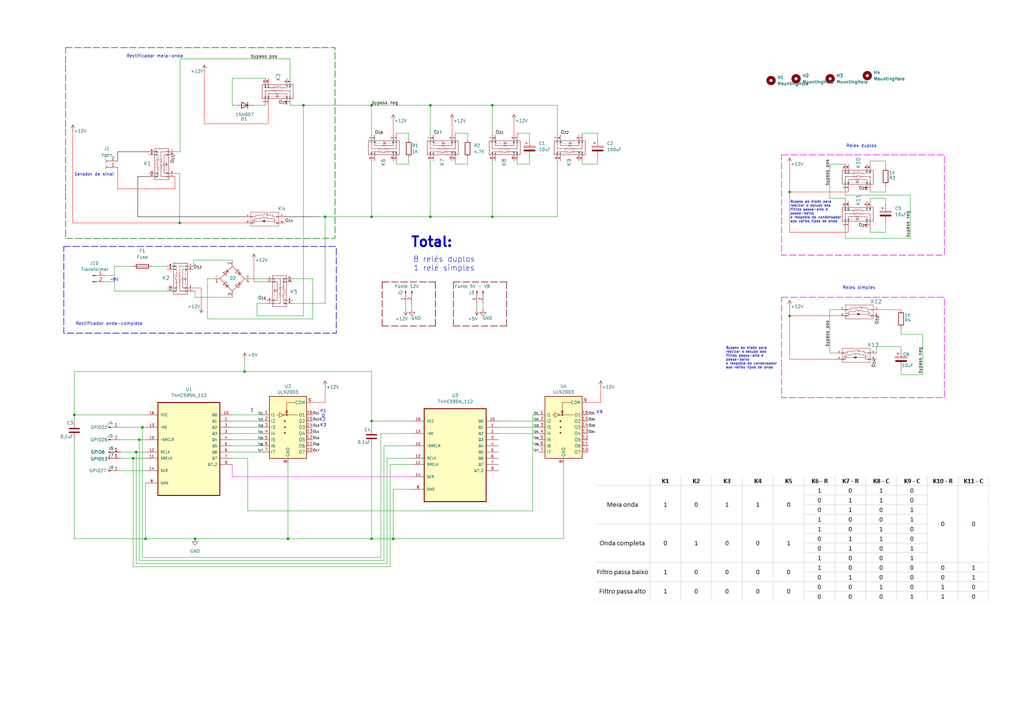
<source format=kicad_sch>
(kicad_sch (version 20231120) (generator "eeschema") (generator_version "8.0")
  (paper "A3")
  (lib_symbols
    (symbol "3570-1331-123:3570-1331-123" (pin_names (offset 0.254))
      (property "Reference" "K" (at 19.6596 2.7432 0))
      (property "Value" "3570-1331-123" (at 19.9136 0.1524 0))
      (symbol "3570-1331-123_1_1"
        (pin unspecified line (at 12.065 -3.81 0) (length 2.54) (name "1") (number "1"))
        (pin unspecified line (at 12.065 -6.35 0) (length 2.54) (name "2") (number "2"))
        (pin unspecified line (at 28.575 -6.35 180) (length 2.54) (name "3") (number "3"))
        (pin unspecified line (at 28.575 -3.81 180) (length 2.54) (name "4") (number "4"))
      )
    )
    (symbol "3572-1220-123:3572-1220-123" (pin_names (offset 0.254))
      (property "Reference" "K" (at 0.635 14.224 0))
      (property "Value" "3572-1220-123" (at 0.127 10.795 0))
      (symbol "3572-1220-123_1_1"
        (pin unspecified line (at -5.08 -10.795 90) (length 2.54) (name "1") (number "1"))
        (pin unspecified line (at -3.81 0 270) (length 2.54) (name "13") (number "13"))
        (pin unspecified line (at -5.08 0 270) (length 2.54) (name "14") (number "14"))
        (pin unspecified line (at -3.81 -10.795 90) (length 2.54) (name "2") (number "2"))
        (pin unspecified line (at 3.81 -10.795 90) (length 2.54) (name "6") (number "6"))
        (pin unspecified line (at 5.08 -10.795 90) (length 2.54) (name "7") (number "7"))
        (pin unspecified line (at 5.08 0 270) (length 2.54) (name "8") (number "8"))
        (pin unspecified line (at 3.81 0 270) (length 2.54) (name "9") (number "9"))
      )
    )
    (symbol "74HC595N:74HC595N_112" (pin_names (offset 1.016))
      (property "Reference" "U" (at -5.2866 17.8676 0))
      (property "Value" "74HC595N_112" (at -4.4502 -27.7437 0))
      (symbol "74HC595N_112_0_0"
        (pin output line (at 17.78 7.62 180) (length 5.08) (name "Q1") (number "1"))
        (pin input line (at -17.78 5.08 0) (length 5.08) (name "~OE") (number "13"))
        (pin output line (at 17.78 10.16 180) (length 5.08) (name "Q0") (number "15"))
        (pin power_in line (at -17.78 10.16 0) (length 5.08) (name "VCC") (number "16"))
        (pin output line (at 17.78 5.08 180) (length 5.08) (name "Q2") (number "2"))
        (pin output line (at 17.78 2.54 180) (length 5.08) (name "Q3") (number "3"))
        (pin output line (at 17.78 0 180) (length 5.08) (name "Q4") (number "4"))
        (pin output line (at 17.78 -2.54 180) (length 5.08) (name "Q5") (number "5"))
        (pin output line (at 17.78 -5.08 180) (length 5.08) (name "Q6") (number "6"))
        (pin output line (at 17.78 -7.62 180) (length 5.08) (name "Q7") (number "7"))
        (pin passive line (at -17.78 -17.78 0) (length 5.08) (name "GND") (number "8"))
        (pin output line (at 17.78 -10.16 180) (length 5.08) (name "Q7_2") (number "9"))
      )
      (symbol "74HC595N_112_1_0"
        (pin input line (at -17.78 0 0) (length 5.08) (name "~SRCLR") (number "10"))
        (pin input line (at -17.78 -7.62 0) (length 5.08) (name "SRCLK") (number "11"))
        (pin input line (at -17.78 -5.08 0) (length 5.08) (name "RCLK") (number "12"))
        (pin input line (at -17.78 -12.7 0) (length 5.08) (name "SER") (number "14"))
      )
    )
    (symbol "Connector:Conn_01x01_Pin" (pin_names (offset 1.016) hide)
      (property "Reference" "J" (at 0 2.54 0))
      (property "Value" "Conn_01x01_Pin" (at 0 -2.54 0))
      (symbol "Conn_01x01_Pin_1_1"
        (pin passive line (at 5.08 0 180) (length 3.81) (name "Pin_1") (number "1"))
      )
    )
    (symbol "Connector:Conn_01x02_Pin" (pin_names (offset 1.016) hide)
      (property "Reference" "J" (at 0 2.54 0))
      (property "Value" "Conn_01x02_Pin" (at 0 -5.08 0))
      (symbol "Conn_01x02_Pin_1_1"
        (pin passive line (at 5.08 0 180) (length 3.81) (name "Pin_1") (number "1"))
        (pin passive line (at 5.08 -2.54 180) (length 3.81) (name "Pin_2") (number "2"))
      )
    )
    (symbol "Connector:Conn_01x02_Socket" (pin_names (offset 1.016) hide)
      (property "Reference" "J" (at 0 2.54 0))
      (property "Value" "Conn_01x02_Socket" (at 0 -5.08 0))
      (symbol "Conn_01x02_Socket_1_1"
        (pin passive line (at -5.08 0 0) (length 3.81) (name "Pin_1") (number "1"))
        (pin passive line (at -5.08 -2.54 0) (length 3.81) (name "Pin_2") (number "2"))
      )
    )
    (symbol "Device:C" (pin_numbers hide) (pin_names (offset 0.254))
      (property "Reference" "C" (at 0.635 2.54 0))
      (property "Value" "C" (at 0.635 -2.54 0))
      (symbol "C_1_1"
        (pin passive line (at 0 3.81 270) (length 2.794) (name "~") (number "1"))
        (pin passive line (at 0 -3.81 90) (length 2.794) (name "~") (number "2"))
      )
    )
    (symbol "Device:C_Polarized" (pin_numbers hide) (pin_names (offset 0.254))
      (property "Reference" "C" (at 0.635 2.54 0))
      (property "Value" "C_Polarized" (at 0.635 -2.54 0))
      (symbol "C_Polarized_1_1"
        (pin passive line (at 0 3.81 270) (length 2.794) (name "~") (number "1"))
        (pin passive line (at 0 -3.81 90) (length 2.794) (name "~") (number "2"))
      )
    )
    (symbol "Device:Fuse" (pin_numbers hide) (pin_names (offset 0))
      (property "Reference" "F" (at 2.032 0 90))
      (property "Value" "Fuse" (at -1.905 0 90))
      (symbol "Fuse_1_1"
        (pin passive line (at 0 3.81 270) (length 1.27) (name "~") (number "1"))
        (pin passive line (at 0 -3.81 90) (length 1.27) (name "~") (number "2"))
      )
    )
    (symbol "Device:R" (pin_numbers hide) (pin_names (offset 0))
      (property "Reference" "R" (at 2.032 0 90))
      (property "Value" "R" (at 0 0 90))
      (symbol "R_1_1"
        (pin passive line (at 0 3.81 270) (length 1.27) (name "~") (number "1"))
        (pin passive line (at 0 -3.81 90) (length 1.27) (name "~") (number "2"))
      )
    )
    (symbol "Diode:1N4007" (pin_numbers hide) (pin_names hide)
      (property "Reference" "D" (at 0 2.54 0))
      (property "Value" "1N4007" (at 0 -2.54 0))
      (symbol "1N4007_1_1"
        (pin passive line (at -3.81 0 0) (length 2.54) (name "K") (number "1"))
        (pin passive line (at 3.81 0 180) (length 2.54) (name "A") (number "2"))
      )
    )
    (symbol "Diode_Bridge:B250C2300-1500A" (pin_names (offset 0))
      (property "Reference" "D" (at 2.54 6.985 0))
      (property "Value" "B250C2300-1500A" (at 2.54 5.08 0))
      (symbol "B250C2300-1500A_1_1"
        (pin passive line (at -7.62 0 0) (length 2.54) (name "-") (number "1"))
        (pin passive line (at 0 7.62 270) (length 2.54) (name "~") (number "2"))
        (pin passive line (at 0 -7.62 90) (length 2.54) (name "~") (number "3"))
        (pin passive line (at 7.62 0 180) (length 2.54) (name "+") (number "4"))
      )
    )
    (symbol "Mechanical:MountingHole" (pin_names (offset 1.016)) (exclude_from_sim yes) (in_bom no)
      (property "Reference" "H" (at 0 5.08 0))
      (property "Value" "MountingHole" (at 0 3.175 0))
    )
    (symbol "Transistor_Array:ULN2003"
      (property "Reference" "U" (at 0 15.875 0))
      (property "Value" "ULN2003" (at 0 13.97 0))
      (symbol "ULN2003_1_1"
        (pin input line (at -10.16 5.08 0) (length 2.54) (name "I1") (number "1"))
        (pin open_collector line (at 10.16 -10.16 180) (length 2.54) (name "O7") (number "10"))
        (pin open_collector line (at 10.16 -7.62 180) (length 2.54) (name "O6") (number "11"))
        (pin open_collector line (at 10.16 -5.08 180) (length 2.54) (name "O5") (number "12"))
        (pin open_collector line (at 10.16 -2.54 180) (length 2.54) (name "O4") (number "13"))
        (pin open_collector line (at 10.16 0 180) (length 2.54) (name "O3") (number "14"))
        (pin open_collector line (at 10.16 2.54 180) (length 2.54) (name "O2") (number "15"))
        (pin open_collector line (at 10.16 5.08 180) (length 2.54) (name "O1") (number "16"))
        (pin input line (at -10.16 2.54 0) (length 2.54) (name "I2") (number "2"))
        (pin input line (at -10.16 0 0) (length 2.54) (name "I3") (number "3"))
        (pin input line (at -10.16 -2.54 0) (length 2.54) (name "I4") (number "4"))
        (pin input line (at -10.16 -5.08 0) (length 2.54) (name "I5") (number "5"))
        (pin input line (at -10.16 -7.62 0) (length 2.54) (name "I6") (number "6"))
        (pin input line (at -10.16 -10.16 0) (length 2.54) (name "I7") (number "7"))
        (pin power_in line (at 0 -15.24 90) (length 2.54) (name "GND") (number "8"))
        (pin passive line (at 10.16 10.16 180) (length 2.54) (name "COM") (number "9"))
      )
    )
    (symbol "power:+12V" (power) (pin_names (offset 0))
      (property "Value" "+12V" (at 0 3.556 0))
      (symbol "+12V_1_1"
        (pin power_in line (at 0 0 90) (length 0) hide (name "+12V") (number "1"))
      )
    )
    (symbol "power:+5V" (power) (pin_numbers hide) (pin_names (offset 0) hide)
      (property "Value" "+5V" (at 0 3.556 0))
      (symbol "+5V_1_1"
        (pin power_in line (at 0 0 90) (length 0) (name "~") (number "1"))
      )
    )
    (symbol "power:GND" (power) (pin_numbers hide) (pin_names (offset 0) hide)
      (property "Value" "GND" (at 0 -3.81 0))
      (symbol "GND_1_1"
        (pin power_in line (at 0 0 270) (length 0) (name "~") (number "1"))
      )
    )
  )
  (junction (at 161.29 220.98))
  (junction (at 100.33 152.4))
  (junction (at 152.4 88.9))
  (junction (at 73.66 91.44))
  (junction (at 55.88 185.42))
  (junction (at 152.4 172.72))
  (junction (at 57.15 180.34))
  (junction (at 118.11 220.98))
  (junction (at 201.93 43.18))
  (junction (at 176.53 88.9))
  (junction (at 201.93 88.9))
  (junction (at 80.01 220.98))
  (junction (at 54.61 187.96))
  (junction (at 152.4 220.98))
  (junction (at 323.85 129.54))
  (junction (at 58.42 175.26))
  (junction (at 176.53 43.18))
  (junction (at 152.4 43.18))
  (junction (at 323.85 78.74))
  (junction (at 59.69 220.98))
  (junction (at 133.35 88.9))
  (junction (at 30.48 170.18))
  (junction (at 124.46 43.18))
  (wire (pts (xy 133.35 88.9) (xy 152.4 88.9)))
  (wire (pts (xy 118.9618 24.13) (xy 118.9618 32.1445)))
  (wire (pts (xy 60.96 72.39) (xy 56.515 72.39)) (stroke (width 0) (color 0 0 0 1)))
  (wire (pts (xy 160.02 190.5) (xy 160.02 232.41)))
  (wire (pts (xy 30.48 152.4) (xy 30.48 170.18)))
  (wire (pts (xy 157.48 182.88) (xy 157.48 229.87)))
  (wire (pts (xy 228.6 43.18) (xy 228.6 55.245)))
  (wire (pts (xy 217.17 54.61) (xy 217.17 57.15)))
  (wire (pts (xy 29.845 91.44) (xy 73.66 91.44)) (stroke (width 0) (color 255 0 0 1)))
  (wire (pts (xy 207.772 133.7056) (xy 185.9788 133.7056)) (stroke (width 0.254) (type dash) (color 132 0 0 1)))
  (wire (pts (xy 323.85 95.25) (xy 323.85 78.74)) (stroke (width 0) (color 255 0 0 1)))
  (wire (pts (xy 204.47 175.26) (xy 220.98 175.26)))
  (wire (pts (xy 82.55 125.73) (xy 82.55 118.11)) (stroke (width 0) (color 255 0 0 1)))
  (wire (pts (xy 157.48 229.87) (xy 57.15 229.87)))
  (wire (pts (xy 346.71 80.01) (xy 373.38 80.01)))
  (wire (pts (xy 105.41 129.54) (xy 105.41 124.46)))
  (wire (pts (xy 49.53 187.96) (xy 54.61 187.96)))
  (wire (pts (xy 49.53 180.34) (xy 57.15 180.34)))
  (wire (pts (xy 378.46 137.16) (xy 369.57 137.16)))
  (wire (pts (xy 238.76 54.61) (xy 238.76 55.245)))
  (wire (pts (xy 162.56 54.61) (xy 162.56 55.245)))
  (wire (pts (xy 55.88 185.42) (xy 59.69 185.42)))
  (wire (pts (xy 161.29 220.98) (xy 152.4 220.98)))
  (wire (pts (xy 95.25 180.34) (xy 107.95 180.34)))
  (wire (pts (xy 82.55 118.11) (xy 79.375 118.11)) (stroke (width 0) (color 255 0 0 1)))
  (wire (pts (xy 128.27 130.81) (xy 128.27 114.3)))
  (wire (pts (xy 73.8768 62.23) (xy 71.755 62.23)))
  (wire (pts (xy 95.25 195.58) (xy 168.91 195.58)) (stroke (width 0) (color 255 0 255 1)))
  (wire (pts (xy 49.53 185.42) (xy 55.88 185.42)))
  (wire (pts (xy 79.375 106.68) (xy 79.375 109.22)))
  (wire (pts (xy 73.66 91.44) (xy 100.33 91.44)) (stroke (width 0) (color 255 0 0 1)))
  (wire (pts (xy 83.82 50.8) (xy 110.0718 50.8)) (stroke (width 0) (color 255 0 0 1)))
  (wire (pts (xy 185.42 49.53) (xy 185.42 55.245)) (stroke (width 0) (color 255 0 0 1)))
  (wire (pts (xy 29.8382 69.85) (xy 29.8382 53.7558)) (stroke (width 0) (color 255 0 0 1)))
  (wire (pts (xy 58.42 228.6) (xy 58.42 175.26)))
  (wire (pts (xy 344.17 127) (xy 340.36 127)))
  (wire (pts (xy 62.23 109.22) (xy 68.58 109.22)))
  (wire (pts (xy 176.53 43.18) (xy 201.93 43.18)))
  (wire (pts (xy 56.515 88.9) (xy 100.33 88.9)) (stroke (width 0) (color 0 0 0 1)))
  (wire (pts (xy 73.66 91.44) (xy 73.66 71.12)) (stroke (width 0) (color 255 0 0 1)))
  (wire (pts (xy 210.82 49.53) (xy 210.82 55.245)) (stroke (width 0) (color 255 0 0 1)))
  (wire (pts (xy 73.8768 24.13) (xy 73.8768 62.23)))
  (wire (pts (xy 96.52 43.18) (xy 95.25 43.18)))
  (wire (pts (xy 369.57 134.62) (xy 369.57 137.16)))
  (wire (pts (xy 231.14 220.98) (xy 161.29 220.98)))
  (wire (pts (xy 95.25 182.88) (xy 107.95 182.88)))
  (wire (pts (xy 356.87 81.28) (xy 356.87 82.55)))
  (wire (pts (xy 152.4 172.72) (xy 152.4 175.26)))
  (wire (pts (xy 43.18 113.03) (xy 46.99 113.03)))
  (wire (pts (xy 110.0718 50.8) (xy 110.0718 42.9395)) (stroke (width 0) (color 255 0 0 1)))
  (wire (pts (xy 83.82 50.8) (xy 83.82 29.21)) (stroke (width 0) (color 255 0 0 1)))
  (wire (pts (xy 80.01 121.92) (xy 80.01 119.38)))
  (wire (pts (xy 95.25 43.18) (xy 95.25 32.1445)))
  (wire (pts (xy 118.9618 43.18) (xy 124.46 43.18)))
  (wire (pts (xy 57.15 180.34) (xy 59.69 180.34)))
  (wire (pts (xy 346.71 93.345) (xy 346.71 97.79)))
  (wire (pts (xy 168.91 182.88) (xy 157.48 182.88)))
  (wire (pts (xy 108.8018 43.18) (xy 108.8018 42.9395)))
  (wire (pts (xy 59.69 220.98) (xy 80.01 220.98)))
  (wire (pts (xy 323.85 78.74) (xy 323.85 67.31)) (stroke (width 0) (color 255 0 0 1)))
  (wire (pts (xy 186.69 66.04) (xy 186.69 67.31)))
  (wire (pts (xy 162.56 66.04) (xy 162.56 67.31)))
  (wire (pts (xy 245.11 67.31) (xy 238.76 67.31)))
  (wire (pts (xy 359.41 142.24) (xy 359.41 144.78)))
  (wire (pts (xy 185.9788 115.6462) (xy 207.772 115.6462)) (stroke (width 0.254) (type dash) (color 132 0 0 1)))
  (wire (pts (xy 101.6 209.55) (xy 218.44 209.55)))
  (wire (pts (xy 323.85 129.54) (xy 323.85 125.73)) (stroke (width 0) (color 255 0 0 1)))
  (wire (pts (xy 133.35 158.75) (xy 133.35 165.1)) (stroke (width 0) (color 255 0 0 1)))
  (wire (pts (xy 356.87 67.31) (xy 356.87 66.04)))
  (wire (pts (xy 104.14 106.68) (xy 104.14 115.57)) (stroke (width 0) (color 255 0 0 1)))
  (wire (pts (xy 161.29 200.66) (xy 161.29 220.98)))
  (wire (pts (xy 373.38 97.79) (xy 373.38 80.01)))
  (wire (pts (xy 356.87 66.04) (xy 363.22 66.04)))
  (wire (pts (xy 133.35 165.1) (xy 128.27 165.1)) (stroke (width 0) (color 255 0 0 1)))
  (wire (pts (xy 152.4 182.88) (xy 152.4 220.98)))
  (wire (pts (xy 55.88 231.14) (xy 55.88 185.42)))
  (wire (pts (xy 212.09 54.61) (xy 212.09 55.245)))
  (wire (pts (xy 167.64 54.61) (xy 167.64 57.15)))
  (wire (pts (xy 201.93 43.18) (xy 228.6 43.18)))
  (wire (pts (xy 186.69 67.31) (xy 191.77 67.31)))
  (wire (pts (xy 363.22 76.2) (xy 363.22 78.74)))
  (wire (pts (xy 217.17 67.31) (xy 212.09 67.31)))
  (wire (pts (xy 57.15 229.87) (xy 57.15 180.34)))
  (wire (pts (xy 80.01 121.92) (xy 95.25 121.92)))
  (wire (pts (xy 95.25 187.96) (xy 101.6 187.96)))
  (wire (pts (xy 49.53 193.04) (xy 59.69 193.04)))
  (wire (pts (xy 340.36 127) (xy 340.36 144.78)))
  (wire (pts (xy 363.22 78.74) (xy 356.87 78.74)))
  (wire (pts (xy 71.755 77.47) (xy 71.755 72.39)) (stroke (width 0) (color 255 0 0 1)))
  (wire (pts (xy 100.33 147.32) (xy 100.33 152.4)))
  (wire (pts (xy 360.68 127) (xy 369.57 127)))
  (wire (pts (xy 95.25 177.8) (xy 107.95 177.8)))
  (wire (pts (xy 166.37 124.46) (xy 166.37 126.746)))
  (wire (pts (xy 105.41 124.46) (xy 109.22 124.46)))
  (wire (pts (xy 201.93 88.9) (xy 228.6 88.9)))
  (wire (pts (xy 168.91 187.96) (xy 158.75 187.96)))
  (wire (pts (xy 347.98 78.74) (xy 323.85 78.74)) (stroke (width 0) (color 255 0 0 1)))
  (wire (pts (xy 369.57 151.13) (xy 369.57 153.67)))
  (wire (pts (xy 30.48 170.18) (xy 30.48 172.72)))
  (wire (pts (xy 158.75 231.14) (xy 55.88 231.14)))
  (wire (pts (xy 217.17 64.77) (xy 217.17 67.31)))
  (wire (pts (xy 79.375 106.68) (xy 95.25 106.68)))
  (wire (pts (xy 176.53 66.04) (xy 176.53 88.9)))
  (wire (pts (xy 363.22 66.04) (xy 363.22 68.58)))
  (wire (pts (xy 212.09 67.31) (xy 212.09 66.04)))
  (wire (pts (xy 346.71 78.105) (xy 346.71 80.01)))
  (wire (pts (xy 185.9788 115.6462) (xy 185.9788 133.7056)) (stroke (width 0.254) (type dash) (color 132 0 0 1)))
  (wire (pts (xy 152.4 172.72) (xy 168.91 172.72)))
  (wire (pts (xy 48.26 62.23) (xy 60.96 62.23)) (stroke (width 0) (color 0 0 0 1)))
  (wire (pts (xy 245.11 54.61) (xy 238.76 54.61)))
  (wire (pts (xy 156.21 228.6) (xy 58.42 228.6)))
  (wire (pts (xy 191.77 54.61) (xy 191.77 57.15)))
  (wire (pts (xy 46.99 109.22) (xy 54.61 109.22)))
  (wire (pts (xy 46.99 119.38) (xy 68.58 119.38)))
  (wire (pts (xy 363.22 81.28) (xy 356.87 81.28)))
  (wire (pts (xy 30.48 220.98) (xy 59.69 220.98)))
  (wire (pts (xy 124.46 129.54) (xy 105.41 129.54)))
  (wire (pts (xy 369.57 142.24) (xy 369.57 143.51)))
  (wire (pts (xy 158.75 187.96) (xy 158.75 231.14)))
  (wire (pts (xy 346.71 67.31) (xy 340.36 67.31)))
  (wire (pts (xy 369.57 153.67) (xy 378.46 153.67)))
  (wire (pts (xy 195.58 124.46) (xy 195.58 126.746)))
  (wire (pts (xy 346.71 81.28) (xy 346.71 82.55)))
  (wire (pts (xy 363.22 91.44) (xy 363.22 95.25)))
  (wire (pts (xy 245.11 64.77) (xy 245.11 67.31)))
  (wire (pts (xy 156.21 177.8) (xy 156.21 228.6)))
  (wire (pts (xy 340.36 81.28) (xy 346.71 81.28)))
  (wire (pts (xy 100.33 152.4) (xy 30.48 152.4)))
  (wire (pts (xy 46.99 115.57) (xy 46.99 119.38)))
  (wire (pts (xy 178.562 133.7056) (xy 156.7688 133.7056)) (stroke (width 0.254) (type dash) (color 132 0 0 1)))
  (wire (pts (xy 95.25 32.1445) (xy 108.8018 32.1445)))
  (wire (pts (xy 104.14 115.57) (xy 109.22 115.57)) (stroke (width 0) (color 255 0 0 1)))
  (wire (pts (xy 245.11 54.61) (xy 245.11 57.15)))
  (wire (pts (xy 323.85 147.32) (xy 342.9 147.32)) (stroke (width 0) (color 255 0 0 1)))
  (wire (pts (xy 191.77 54.61) (xy 186.69 54.61)))
  (wire (pts (xy 347.98 95.25) (xy 323.85 95.25)) (stroke (width 0) (color 255 0 0 1)))
  (wire (pts (xy 168.91 190.5) (xy 160.02 190.5)))
  (wire (pts (xy 162.56 67.31) (xy 167.64 67.31)))
  (wire (pts (xy 80.01 119.38) (xy 79.375 119.38)))
  (wire (pts (xy 323.85 129.54) (xy 323.85 147.32)) (stroke (width 0) (color 255 0 0 1)))
  (wire (pts (xy 152.4 220.98) (xy 118.11 220.98)))
  (wire (pts (xy 378.46 153.67) (xy 378.46 137.16)))
  (wire (pts (xy 356.87 93.345) (xy 356.87 95.25)))
  (wire (pts (xy 168.91 177.8) (xy 156.21 177.8)))
  (wire (pts (xy 168.91 200.66) (xy 161.29 200.66)))
  (wire (pts (xy 217.17 54.61) (xy 212.09 54.61)))
  (wire (pts (xy 118.11 190.5) (xy 118.11 220.98)))
  (wire (pts (xy 201.93 43.18) (xy 201.93 55.245)))
  (wire (pts (xy 101.6 187.96) (xy 101.6 209.55)))
  (wire (pts (xy 104.14 43.18) (xy 108.8018 43.18)))
  (wire (pts (xy 73.8768 24.13) (xy 118.9618 24.13)))
  (wire (pts (xy 204.47 177.8) (xy 220.98 177.8)))
  (wire (pts (xy 347.98 78.105) (xy 347.98 78.74)) (stroke (width 0) (color 255 0 0 1)))
  (wire (pts (xy 95.25 172.72) (xy 107.95 172.72)))
  (wire (pts (xy 186.69 54.61) (xy 186.69 55.245)))
  (wire (pts (xy 124.46 43.18) (xy 152.4 43.18)))
  (wire (pts (xy 48.26 77.47) (xy 48.26 68.58)) (stroke (width 0) (color 255 0 0 1)))
  (wire (pts (xy 176.53 43.18) (xy 176.53 55.245)))
  (wire (pts (xy 116.84 88.9) (xy 130.81 88.9)) (stroke (width 0) (color 0 0 0 1)))
  (wire (pts (xy 85.09 114.3) (xy 85.09 130.81)))
  (wire (pts (xy 231.14 190.5) (xy 231.14 220.98)))
  (wire (pts (xy 176.53 88.9) (xy 201.93 88.9)))
  (wire (pts (xy 49.53 175.26) (xy 58.42 175.26)))
  (wire (pts (xy 156.7688 115.6462) (xy 178.562 115.6462)) (stroke (width 0.254) (type dash) (color 132 0 0 1)))
  (wire (pts (xy 118.9618 43.18) (xy 118.9618 42.9395)))
  (wire (pts (xy 152.4 43.18) (xy 176.53 43.18)))
  (wire (pts (xy 167.64 64.77) (xy 167.64 67.31)))
  (wire (pts (xy 58.42 175.26) (xy 59.69 175.26)))
  (wire (pts (xy 340.36 144.78) (xy 342.9 144.78)))
  (wire (pts (xy 128.27 114.3) (xy 120.015 114.3)))
  (wire (pts (xy 59.69 198.12) (xy 59.69 220.98)))
  (wire (pts (xy 152.4 152.4) (xy 152.4 172.72)))
  (wire (pts (xy 29.845 69.85) (xy 29.8382 69.85)) (stroke (width 0) (color 255 0 0 1)))
  (wire (pts (xy 359.41 142.24) (xy 369.57 142.24)))
  (wire (pts (xy 95.25 190.5) (xy 95.25 195.58)) (stroke (width 0) (color 255 0 255 1)))
  (wire (pts (xy 54.61 187.96) (xy 54.61 232.41)))
  (wire (pts (xy 95.25 170.18) (xy 107.95 170.18)))
  (wire (pts (xy 346.71 97.79) (xy 373.38 97.79)))
  (wire (pts (xy 204.47 172.72) (xy 220.98 172.72)))
  (wire (pts (xy 363.22 83.82) (xy 363.22 81.28)))
  (wire (pts (xy 120.015 124.46) (xy 133.35 124.46)))
  (wire (pts (xy 201.93 66.04) (xy 201.93 88.9)))
  (wire (pts (xy 152.4 88.9) (xy 176.53 88.9)))
  (wire (pts (xy 152.4 43.18) (xy 152.4 55.245)))
  (wire (pts (xy 238.76 67.31) (xy 238.76 66.04)))
  (wire (pts (xy 73.66 71.12) (xy 71.755 71.12)) (stroke (width 0) (color 255 0 0 1)))
  (wire (pts (xy 48.26 77.47) (xy 71.755 77.47)) (stroke (width 0) (color 255 0 0 1)))
  (wire (pts (xy 218.44 209.55) (xy 218.44 170.18)))
  (wire (pts (xy 363.22 95.25) (xy 356.87 95.25)))
  (wire (pts (xy 85.09 130.81) (xy 128.27 130.81)))
  (wire (pts (xy 246.38 158.75) (xy 246.38 165.1)) (stroke (width 0) (color 255 0 0 1)))
  (wire (pts (xy 95.25 185.42) (xy 107.95 185.42)))
  (wire (pts (xy 167.64 54.61) (xy 162.56 54.61)))
  (wire (pts (xy 95.25 175.26) (xy 107.95 175.26)))
  (wire (pts (xy 133.35 88.9) (xy 130.81 88.9)))
  (wire (pts (xy 246.38 165.1) (xy 241.3 165.1)) (stroke (width 0) (color 255 0 0 1)))
  (wire (pts (xy 161.29 49.53) (xy 161.29 55.245)) (stroke (width 0) (color 255 0 0 1)))
  (wire (pts (xy 356.87 78.105) (xy 356.87 78.74)))
  (wire (pts (xy 344.17 129.54) (xy 323.85 129.54)) (stroke (width 0) (color 255 0 0 1)))
  (wire (pts (xy 118.11 220.98) (xy 80.01 220.98)))
  (wire (pts (xy 340.36 67.31) (xy 340.36 81.28)))
  (wire (pts (xy 124.46 43.18) (xy 124.46 129.54)))
  (wire (pts (xy 198.12 124.46) (xy 198.12 126.873)))
  (wire (pts (xy 87.63 114.3) (xy 85.09 114.3)))
  (wire (pts (xy 156.7688 115.6462) (xy 156.7688 133.7056)) (stroke (width 0.254) (type dash) (color 132 0 0 1)))
  (wire (pts (xy 46.99 113.03) (xy 46.99 109.22)))
  (wire (pts (xy 133.35 88.9) (xy 133.35 124.46)))
  (wire (pts (xy 102.87 114.3) (xy 109.22 114.3)))
  (wire (pts (xy 29.845 69.85) (xy 29.845 91.44)) (stroke (width 0) (color 255 0 0 1)))
  (wire (pts (xy 207.772 115.6462) (xy 207.772 133.7056)) (stroke (width 0.254) (type dash) (color 132 0 0 1)))
  (wire (pts (xy 347.98 93.345) (xy 347.98 95.25)) (stroke (width 0) (color 255 0 0 1)))
  (wire (pts (xy 54.61 187.96) (xy 59.69 187.96)))
  (wire (pts (xy 43.18 115.57) (xy 46.99 115.57)))
  (wire (pts (xy 100.33 152.4) (xy 152.4 152.4)))
  (wire (pts (xy 178.562 115.6462) (xy 178.562 133.7056)) (stroke (width 0.254) (type dash) (color 132 0 0 1)))
  (wire (pts (xy 191.77 64.77) (xy 191.77 67.31)))
  (wire (pts (xy 160.02 232.41) (xy 54.61 232.41)))
  (wire (pts (xy 30.48 220.98) (xy 30.48 180.34)))
  (wire (pts (xy 152.4 66.04) (xy 152.4 88.9)))
  (wire (pts (xy 228.6 66.04) (xy 228.6 88.9)))
  (wire (pts (xy 218.44 170.18) (xy 220.98 170.18)))
  (wire (pts (xy 168.91 124.46) (xy 168.91 126.873)))
  (wire (pts (xy 48.26 62.23) (xy 48.26 66.04)) (stroke (width 0) (color 0 0 0 1)))
  (wire (pts (xy 56.515 72.39) (xy 56.515 88.9)) (stroke (width 0) (color 0 0 0 1)))
  (wire (pts (xy 30.48 170.18) (xy 59.69 170.18)))
  (rectangle (start 320.548 121.92) (end 387.35 163.068) (stroke (width 0.25) (type dash) (color 255 0 255 1)))
  (rectangle (start 26.924 19.558) (end 137.414 97.79) (stroke (width 0.25) (type dash) (color 0 132 0 1)))
  (rectangle (start 26.162 101.092) (end 137.922 136.652) (stroke (width 0.25) (type dash)))
  (rectangle (start 320.548 63.5) (end 387.35 104.648) (stroke (width 0.25) (type dash) (color 255 0 255 1)))
  (image (at 325.12 220.98) (scale 2.33288))
  (text "Rectificador onda-completa" (at 44.704 132.842 0) (effects (font (size 1.27 1.27))))
  (text "K9" (at 245.872 169.164 0) (effects (font (size 1.27 1.27))))
  (text "K2" (at 132.334 172.212 0) (effects (font (size 1.27 1.27))))
  (text "Reles duplos" (at 353.314 59.944 0) (effects (font (size 1.27 1.27))))
  (text "K3\n" (at 132.588 174.498 0) (effects (font (size 1.27 1.27))))
  (text "8 relés duplos\n1 relé simples" (at 182.1688 108.2802 0) (effects (font (size 2.27 2.27))))
  (text "~8V" (at 46.99 114.808 0) (effects (font (size 1.27 1.27))))
  (text "Bypass ao díodo para \nrealizar o estudo dos \nfiltros passa-alto e \npassa-baixo\ne resposta do condensador \naos vários tipos de onda" (at 324.104 86.868 0) (effects (font (size 1 1)) (justify left)))
  (text "Rectificador meia-onda" (at 63.5 23.114 0) (effects (font (size 1.27 1.27))))
  (text "1" (at 103.378 168.402 0) (effects (font (size 1.27 1.27))))
  (text "K1\n0" (at 132.588 169.672 0) (effects (font (size 1.27 1.27))))
  (text "Reles simples" (at 352.298 118.11 0) (effects (font (size 1.27 1.27))))
  (text "Gerador de sinal" (at 38.608 71.628 0) (effects (font (size 1.27 1.27))))
  (text "Total: " (at 178.6128 99.3902 0) (effects (font (size 4 4) (thickness 0.8) (bold yes))))
  (text "Bypass ao díodo para \nrealizar o estudo dos \nfiltros passa-alto e \npassa-baixo\ne resposta do condensador \naos vários tipos de onda" (at 297.688 146.812 0) (effects (font (size 1 1)) (justify left)))
  (label "I_{26}" (at 220.98 182.88 180) (effects (font (size 1 1))))
  (label "O_{16}" (at 128.27 182.88 0) (effects (font (size 1 1))))
  (label "I_{25}" (at 220.98 180.34 180) (effects (font (size 1 1))))
  (label "I_{14}" (at 107.95 177.8 180) (effects (font (size 1 1))))
  (label "O_{24}" (at 355.6 93.345 180))
  (label "I_{17}" (at 107.95 185.42 180) (effects (font (size 1 1))))
  (label "bypass neg" (at 373.38 86.36 270))
  (label "I_{24}" (at 220.98 177.8 180) (effects (font (size 1 1))))
  (label "O_{12}" (at 128.27 172.72 0) (effects (font (size 1 1))))
  (label "I_{16}" (at 107.95 182.88 180) (effects (font (size 1 1))))
  (label "I_{13}" (at 107.95 175.26 180) (effects (font (size 1 1))))
  (label "O_{14}" (at 116.84 91.44 0))
  (label "O_{15}" (at 109.22 123.19 180))
  (label "O_{17}" (at 128.27 185.42 0) (effects (font (size 1 1))))
  (label "O_{11}" (at 128.27 170.18 0) (effects (font (size 1 1))))
  (label "bypass neg" (at 378.46 142.24 270))
  (label "I_{27}" (at 220.98 185.42 180) (effects (font (size 1 1))))
  (label "O_{15}" (at 128.27 180.34 0) (effects (font (size 1 1))))
  (label "O_{21}" (at 203.2 55.245 0))
  (label "O_{13}" (at 128.27 175.26 0) (effects (font (size 1 1))))
  (label "O_{23}" (at 241.3 175.26 0) (effects (font (size 1 1))))
  (label "I_{12}" (at 107.95 172.72 180) (effects (font (size 1 1))))
  (label "O_{23}" (at 355.6 78.105 180))
  (label "bypass neg" (at 152.4 43.18 0))
  (label "I_{11}" (at 107.95 170.18 180) (effects (font (size 1 1))))
  (label "I_{22}" (at 220.98 172.72 180) (effects (font (size 1 1))))
  (label "O_{11}" (at 71.755 63.5 270))
  (label "I_{21}" (at 220.98 170.18 180) (effects (font (size 1 1))))
  (label "O_{21}" (at 241.3 170.18 0) (effects (font (size 1 1))))
  (label "bypass pos" (at 340.36 76.2 90))
  (label "O_{24}" (at 359.41 147.32 270))
  (label "O_{17}" (at 177.8 55.245 0))
  (label "O_{14}" (at 128.27 177.8 0) (effects (font (size 1 1))))
  (label "bypass pos" (at 102.87 24.13 0))
  (label "O_{22}" (at 241.3 172.72 0) (effects (font (size 1 1))))
  (label "O_{22}" (at 229.87 55.245 0))
  (label "O_{12}" (at 79.375 110.49 0))
  (label "O_{24}" (at 241.3 177.8 0) (effects (font (size 1 1))))
  (label "O_{23}" (at 360.68 129.54 270))
  (label "I_{23}" (at 220.98 175.26 180) (effects (font (size 1 1))))
  (label "O_{16}" (at 153.67 55.245 0))
  (label "O_{13}" (at 117.6918 42.9395 180))
  (label "I_{15}" (at 107.95 180.34 180) (effects (font (size 1 1))))
  (label "bypass pos" (at 340.36 142.24 90))
  (symbol (lib_id "power:+12V") (at 185.42 49.53 0) (unit 1)
    (property "Reference" "#PWR08" (effects (hide yes)))
    (property "Value" "+12V" (at 188.468 49.53 0))
  )
  (symbol (lib_id "Mechanical:MountingHole") (at 340.4839 32.292 0) (unit 1) (exclude_from_sim yes) (in_bom no)
    (property "Reference" "H3" (at 343.0239 31.0219 0) (effects (justify left)))
    (property "Value" "MountingHole" (at 343.0239 33.5619 0) (effects (justify left)))
    (property "Footprint" "MountingHole:MountingHole_3.2mm_M3" (effects (hide yes)))
    (property "Description" "Mounting Hole without connection" (effects (hide yes)))
  )
  (symbol (lib_id "74HC595N:74HC595N_112") (at 77.47 180.34 0) (unit 1)
    (property "Reference" "U1" (at 77.47 159.639 0))
    (property "Value" "74HC595N_112" (at 77.47 162.179 0))
    (property "Footprint" "Package_DIP:DIP-16_W10.16mm" (effects (hide yes)))
    (property "Description" "\nShift Shift Register 1 Element 8 Bit 16-DIP\n" (effects (hide yes)))
    (property "MF" "NXP USA" (effects (hide yes)))
    (property "PACKAGE" "DIP-16" (effects (hide yes)))
    (property "MPN" "74HC595N,112" (effects (hide yes)))
    (property "Price" "None" (effects (hide yes)))
    (property "Package" "SOT38-4-16 Nexperia" (effects (hide yes)))
    (property "OC_FARNELL" "1826799" (effects (hide yes)))
    (property "SnapEDA_Link" "https://www.snapeda.com/parts/74HC595N,112/NXP+USA+Inc./view-part/?ref=snap" (effects (hide yes)))
    (property "MP" "74HC595N,112" (effects (hide yes)))
    (property "Purchase-URL" "https://www.snapeda.com/api/url_track_click_mouser/?unipart_id=32067&manufacturer=NXP USA&part_name=74HC595N,112&search_term=74hc595" (effects (hide yes)))
    (property "SUPPLIER" "NXP" (effects (hide yes)))
    (property "OC_NEWARK" "71R2683" (effects (hide yes)))
    (property "Availability" "In Stock" (effects (hide yes)))
    (property "Check_prices" "https://www.snapeda.com/parts/74HC595N,112/NXP+USA+Inc./view-part/?ref=eda" (effects (hide yes)))
  )
  (symbol (lib_id "Diode_Bridge:B250C2300-1500A") (at 95.25 114.3 0) (unit 1)
    (property "Reference" "D2" (at 95.504 114.046 0))
    (property "Value" "B250C2300-1500A" (effects (hide yes)))
    (property "Footprint" "Diode_THT:Diode_Bridge_19.0x3.5x10.0mm_P5.0mm" (effects (hide yes)))
    (property "Datasheet" "https://diotec.com/tl_files/diotec/files/pdf/datasheets/b40c2300.pdf" (effects (hide yes)))
    (property "Description" "Silicon Bridge Rectifier, 250V Vrms, 1.5A If, pins=-AA+, SIL-package" (effects (hide yes)))
  )
  (symbol (lib_id "power:GND") (at 168.91 126.873 0) (unit 1)
    (property "Reference" "#PWR013" (effects (hide yes)))
    (property "Value" "GND" (at 170.6626 130.4798 0))
  )
  (symbol (lib_id "Connector:Conn_01x02_Pin") (at 195.58 119.38 90) (mirror x) (unit 1)
    (property "Reference" "J3" (at 194.564 120.015 90) (effects (justify left)))
    (property "Value" "Fonte 5V - VB" (at 201.0156 117.4496 90) (effects (justify left)))
    (property "Footprint" "Connector_PinHeader_2.54mm:PinHeader_1x02_P2.54mm_Vertical" (effects (hide yes)))
  )
  (symbol (lib_id "3572-1220-123:3572-1220-123") (at 113.8818 32.1445 0) (unit 1)
    (property "Reference" "K3" (at 114.1358 31.6365 90) (effects (font (size 1.524 1.524))))
    (property "Value" "3572-1220-123" (effects (hide yes)))
    (property "Footprint" "3572-1220-123:RELAY8_3572-1220-053_COM" (effects (hide yes)))
    (property "Datasheet" "3572-1220-053" (effects (hide yes)))
  )
  (symbol (lib_id "power:GND") (at 198.12 126.873 0) (unit 1)
    (property "Reference" "#PWR015" (effects (hide yes)))
    (property "Value" "GND" (at 199.8726 130.4798 0))
  )
  (symbol (lib_id "Device:R") (at 167.64 60.96 0) (unit 1)
    (property "Reference" "R1" (at 168.91 59.69 0) (effects (justify left)))
    (property "Value" "1K" (at 168.91 62.23 0) (effects (justify left)))
    (property "Footprint" "Resistor_THT:R_Axial_DIN0207_L6.3mm_D2.5mm_P15.24mm_Horizontal" (effects (hide yes)))
    (property "Description" "Resistor" (effects (hide yes)))
  )
  (symbol (lib_id "Connector:Conn_01x01_Pin") (at 44.45 187.96 0) (unit 1)
    (property "Reference" "J7" (at 45.466 186.69 0))
    (property "Value" "GPIO13" (at 40.64 188.214 0))
    (property "Footprint" "Connector_PinHeader_2.54mm:PinHeader_1x01_P2.54mm_Vertical" (effects (hide yes)))
    (property "Description" "Generic connector, single row, 01x01, script generated" (effects (hide yes)))
  )
  (symbol (lib_id "3572-1220-123:3572-1220-123") (at 60.96 67.31 90) (unit 1)
    (property "Reference" "K1" (at 60.452 67.056 90) (effects (font (size 1.524 1.524))))
    (property "Value" "3572-1220-123" (effects (hide yes)))
    (property "Footprint" "3572-1220-123:RELAY8_3572-1220-053_COM" (effects (hide yes)))
    (property "Datasheet" "3572-1220-053" (effects (hide yes)))
  )
  (symbol (lib_id "power:+12V") (at 29.8382 53.7558 0) (unit 1)
    (property "Reference" "#PWR03" (effects (hide yes)))
    (property "Value" "+12V" (at 32.8862 53.7558 0))
  )
  (symbol (lib_id "Device:C") (at 30.48 176.53 0) (unit 1)
    (property "Reference" "C3" (at 27.432 173.482 0) (effects (justify left)))
    (property "Value" "0.1uF" (at 24.638 179.07 0) (effects (justify left)))
    (property "Footprint" "Capacitor_THT:C_Disc_D5.0mm_W2.5mm_P2.50mm" (effects (hide yes)))
  )
  (symbol (lib_id "3572-1220-123:3572-1220-123") (at 68.58 114.3 90) (unit 1)
    (property "Reference" "K2" (at 68.072 114.046 90) (effects (font (size 1.524 1.524))))
    (property "Value" "3572-1220-123" (effects (hide yes)))
    (property "Footprint" "3572-1220-123:RELAY8_3572-1220-053_COM" (effects (hide yes)))
    (property "Datasheet" "3572-1220-053" (effects (hide yes)))
  )
  (symbol (lib_id "Connector:Conn_01x01_Pin") (at 44.45 175.26 0) (unit 1)
    (property "Reference" "J4" (at 45.212 173.482 0))
    (property "Value" "GPIO22" (at 40.64 175.26 0))
    (property "Footprint" "Connector_PinHeader_2.54mm:PinHeader_1x01_P2.54mm_Vertical" (effects (hide yes)))
    (property "Description" "Generic connector, single row, 01x01, script generated" (effects (hide yes)))
  )
  (symbol (lib_id "Mechanical:MountingHole") (at 326.5139 32.292 0) (unit 1) (exclude_from_sim yes) (in_bom no)
    (property "Reference" "H2" (at 329.0539 31.0219 0) (effects (justify left)))
    (property "Value" "MountingHole" (at 329.0539 33.5619 0) (effects (justify left)))
    (property "Footprint" "MountingHole:MountingHole_3.2mm_M3" (effects (hide yes)))
    (property "Description" "Mounting Hole without connection" (effects (hide yes)))
  )
  (symbol (lib_id "Device:R") (at 369.57 130.81 180) (unit 1)
    (property "Reference" "R4" (at 373.634 131.318 0) (effects (justify left)))
    (property "Value" "1K" (at 373.634 129.286 0) (effects (justify left)))
    (property "Footprint" "Resistor_THT:R_Axial_DIN0207_L6.3mm_D2.5mm_P15.24mm_Horizontal" (effects (hide yes)))
    (property "Description" "Resistor" (effects (hide yes)))
  )
  (symbol (lib_id "power:+12V") (at 195.58 126.746 180) (unit 1)
    (property "Reference" "#PWR014" (effects (hide yes)))
    (property "Value" "+5V" (at 193.9036 130.7338 0))
  )
  (symbol (lib_id "power:+5V") (at 100.33 147.32 0) (unit 1)
    (property "Reference" "#PWR010" (effects (hide yes)))
    (property "Value" "+5V" (at 103.632 145.542 0))
    (property "Description" "Power symbol creates a global label with name \"+5V\"" (effects (hide yes)))
  )
  (symbol (lib_id "Connector:Conn_01x01_Pin") (at 44.45 193.04 0) (unit 1)
    (property "Reference" "J8" (at 45.466 191.77 0))
    (property "Value" "GPIO27" (at 40.132 193.04 0))
    (property "Footprint" "Connector_PinHeader_2.54mm:PinHeader_1x01_P2.54mm_Vertical" (effects (hide yes)))
    (property "Description" "Generic connector, single row, 01x01, script generated" (effects (hide yes)))
  )
  (symbol (lib_id "Diode:1N4007") (at 100.33 43.18 180) (unit 1)
    (property "Reference" "D1" (at 100.076 48.768 0))
    (property "Value" "1N4007" (at 100.33 46.99 0))
    (property "Footprint" "Diode_THT:D_DO-41_SOD81_P10.16mm_Horizontal" (effects (hide yes)))
    (property "Datasheet" "http://www.vishay.com/docs/88503/1n4001.pdf" (effects (hide yes)))
    (property "Description" "1000V 1A General Purpose Rectifier Diode, DO-41" (effects (hide yes)))
    (property "Sim.Device" "D" (effects (hide yes)))
    (property "Sim.Pins" "1=K 2=A" (effects (hide yes)))
  )
  (symbol (lib_id "Device:C_Polarized") (at 245.11 60.96 0) (unit 1)
    (property "Reference" "C2" (at 248.92 58.8009 0) (effects (justify left)))
    (property "Value" "100uF" (at 248.92 61.3409 0) (effects (justify left)))
    (property "Footprint" "Capacitor_THT:CP_Radial_D6.3mm_P2.50mm" (effects (hide yes)))
    (property "Description" "Polarized capacitor" (effects (hide yes)))
  )
  (symbol (lib_id "Device:R") (at 363.22 72.39 180) (unit 1)
    (property "Reference" "R3" (at 367.284 72.898 0) (effects (justify left)))
    (property "Value" "1K" (at 367.284 70.866 0) (effects (justify left)))
    (property "Footprint" "Resistor_THT:R_Axial_DIN0207_L6.3mm_D2.5mm_P15.24mm_Horizontal" (effects (hide yes)))
    (property "Description" "Resistor" (effects (hide yes)))
  )
  (symbol (lib_id "Connector:Conn_01x02_Pin") (at 166.37 119.38 90) (mirror x) (unit 1)
    (property "Reference" "J2" (at 165.354 120.015 90) (effects (justify left)))
    (property "Value" "Fonte 12V" (at 171.8056 117.4496 90) (effects (justify left)))
    (property "Footprint" "Connector_PinHeader_2.54mm:PinHeader_1x02_P2.54mm_Vertical" (effects (hide yes)))
  )
  (symbol (lib_id "power:+12V") (at 104.14 106.68 0) (unit 1)
    (property "Reference" "#PWR06" (effects (hide yes)))
    (property "Value" "+12V" (at 107.188 106.68 0))
  )
  (symbol (lib_id "3572-1220-123:3572-1220-123") (at 351.79 82.55 0) (unit 1)
    (property "Reference" "K11" (at 352.044 82.042 90) (effects (font (size 1.524 1.524))))
    (property "Value" "3572-1220-123" (effects (hide yes)))
    (property "Footprint" "3572-1220-123:RELAY8_3572-1220-053_COM" (effects (hide yes)))
    (property "Datasheet" "3572-1220-053" (effects (hide yes)))
  )
  (symbol (lib_id "3570-1331-123:3570-1331-123") (at 330.835 140.97 0) (unit 1)
    (property "Reference" "K13" (at 358.14 141.478 0) (effects (font (size 1.524 1.524))))
    (property "Value" "3570-1331-123" (effects (hide yes)))
    (property "Footprint" "3570-1331-123:SIP_3570-1331_COM" (effects (hide yes)))
    (property "Datasheet" "3570-1331-051" (effects (hide yes)))
  )
  (symbol (lib_id "Device:C_Polarized") (at 217.17 60.96 0) (unit 1)
    (property "Reference" "C1" (at 220.98 58.8009 0) (effects (justify left)))
    (property "Value" "10uF" (at 220.98 61.3409 0) (effects (justify left)))
    (property "Footprint" "Capacitor_THT:CP_Radial_D6.3mm_P2.50mm" (effects (hide yes)))
    (property "Description" "Polarized capacitor" (effects (hide yes)))
  )
  (symbol (lib_id "Transistor_Array:ULN2003") (at 118.11 175.26 0) (unit 1)
    (property "Reference" "U2" (at 118.11 158.4157 0))
    (property "Value" "ULN2003" (at 118.11 160.8399 0))
    (property "Footprint" "Package_DIP:DIP-16_W10.16mm" (effects (hide yes)))
    (property "Datasheet" "http://www.ti.com/lit/ds/symlink/uln2003a.pdf" (effects (hide yes)))
  )
  (symbol (lib_id "power:GND") (at 80.01 220.98 0) (unit 1)
    (property "Reference" "#PWR011" (effects (hide yes)))
    (property "Value" "GND" (at 80.01 226.06 0))
    (property "Description" "Power symbol creates a global label with name \"GND\" , ground" (effects (hide yes)))
  )
  (symbol (lib_id "3570-1331-123:3570-1331-123") (at 88.265 85.09 0) (unit 1)
    (property "Reference" "K4" (at 115.57 85.598 0) (effects (font (size 1.524 1.524))))
    (property "Value" "3570-1331-123" (effects (hide yes)))
    (property "Footprint" "3570-1331-123:SIP_3570-1331_COM" (effects (hide yes)))
    (property "Datasheet" "3570-1331-051" (effects (hide yes)))
  )
  (symbol (lib_id "Device:R") (at 191.77 60.96 0) (unit 1)
    (property "Reference" "R2" (at 194.31 59.6899 0) (effects (justify left)))
    (property "Value" "4.7K" (at 194.31 62.2299 0) (effects (justify left)))
    (property "Footprint" "Resistor_THT:R_Axial_DIN0207_L6.3mm_D2.5mm_P15.24mm_Horizontal" (effects (hide yes)))
    (property "Description" "Resistor" (effects (hide yes)))
  )
  (symbol (lib_id "Transistor_Array:ULN2003") (at 231.14 175.26 0) (unit 1)
    (property "Reference" "U4" (at 231.14 158.4157 0))
    (property "Value" "ULN2003" (at 231.14 160.8399 0))
    (property "Footprint" "Package_DIP:DIP-16_W10.16mm" (effects (hide yes)))
    (property "Datasheet" "http://www.ti.com/lit/ds/symlink/uln2003a.pdf" (effects (hide yes)))
  )
  (symbol (lib_id "Connector:Conn_01x02_Pin") (at 38.1 113.03 0) (unit 1)
    (property "Reference" "J10" (at 38.735 107.95 0))
    (property "Value" "Transformer" (at 38.862 110.49 0))
    (property "Footprint" "Connector_PinHeader_2.54mm:PinHeader_1x02_P2.54mm_Vertical" (effects (hide yes)))
    (property "Description" "Generic connector, single row, 01x02, script generated" (effects (hide yes)))
  )
  (symbol (lib_id "power:+12V") (at 82.55 125.73 180) (unit 1)
    (property "Reference" "#PWR05" (effects (hide yes)))
    (property "Value" "+12V" (at 79.502 125.73 0))
  )
  (symbol (lib_id "Device:C") (at 152.4 179.07 0) (unit 1)
    (property "Reference" "C4" (at 149.352 176.276 0) (effects (justify left)))
    (property "Value" "0.1uF" (at 146.558 181.356 0) (effects (justify left)))
    (property "Footprint" "Capacitor_THT:C_Disc_D5.0mm_W2.5mm_P2.50mm" (effects (hide yes)))
  )
  (symbol (lib_id "3572-1220-123:3572-1220-123") (at 181.61 66.04 180) (unit 1)
    (property "Reference" "K7" (at 181.356 66.548 90) (effects (font (size 1.524 1.524))))
    (property "Value" "3572-1220-123" (effects (hide yes)))
    (property "Footprint" "3572-1220-123:RELAY8_3572-1220-053_COM" (effects (hide yes)))
    (property "Datasheet" "3572-1220-053" (effects (hide yes)))
  )
  (symbol (lib_id "Connector:Conn_01x01_Pin") (at 44.45 185.42 0) (unit 1)
    (property "Reference" "J6" (at 45.466 183.896 0))
    (property "Value" "GPIO6" (at 40.132 185.42 0))
    (property "Footprint" "Connector_PinHeader_2.54mm:PinHeader_1x01_P2.54mm_Vertical" (effects (hide yes)))
    (property "Description" "Generic connector, single row, 01x01, script generated" (effects (hide yes)))
  )
  (symbol (lib_id "power:+12V") (at 323.85 125.73 0) (unit 1)
    (property "Reference" "#PWR017" (effects (hide yes)))
    (property "Value" "+12V" (at 326.898 125.73 0))
  )
  (symbol (lib_id "3570-1331-123:3570-1331-123") (at 332.105 123.19 0) (unit 1)
    (property "Reference" "K12" (at 359.41 123.698 0) (effects (font (size 1.524 1.524))))
    (property "Value" "3570-1331-123" (effects (hide yes)))
    (property "Footprint" "3570-1331-123:SIP_3570-1331_COM" (effects (hide yes)))
    (property "Datasheet" "3570-1331-051" (effects (hide yes)))
  )
  (symbol (lib_id "Device:Fuse") (at 58.42 109.22 90) (unit 1)
    (property "Reference" "F1" (at 58.42 102.87 90))
    (property "Value" "Fuse" (at 58.42 105.41 90))
    (property "Footprint" "Fuse:Fuseholder_Cylinder-5x20mm_Stelvio-Kontek_PTF78_Horizontal_Open" (effects (hide yes)))
    (property "Description" "Fuse" (effects (hide yes)))
  )
  (symbol (lib_id "3572-1220-123:3572-1220-123") (at 157.48 66.04 180) (unit 1)
    (property "Reference" "K6" (at 157.226 66.548 90) (effects (font (size 1.524 1.524))))
    (property "Value" "3572-1220-123" (effects (hide yes)))
    (property "Footprint" "3572-1220-123:RELAY8_3572-1220-053_COM" (effects (hide yes)))
    (property "Datasheet" "3572-1220-053" (effects (hide yes)))
  )
  (symbol (lib_id "3572-1220-123:3572-1220-123") (at 120.015 119.38 270) (unit 1)
    (property "Reference" "K5" (at 120.523 119.634 90) (effects (font (size 1.524 1.524))))
    (property "Value" "3572-1220-123" (effects (hide yes)))
    (property "Footprint" "3572-1220-123:RELAY8_3572-1220-053_COM" (effects (hide yes)))
    (property "Datasheet" "3572-1220-053" (effects (hide yes)))
  )
  (symbol (lib_id "74HC595N:74HC595N_112") (at 186.69 182.88 0) (unit 1)
    (property "Reference" "U3" (at 186.69 162.179 0))
    (property "Value" "74HC595N_112" (at 186.69 164.719 0))
    (property "Footprint" "Package_DIP:DIP-16_W10.16mm" (effects (hide yes)))
    (property "Description" "\nShift Shift Register 1 Element 8 Bit 16-DIP\n" (effects (hide yes)))
    (property "MF" "NXP USA" (effects (hide yes)))
    (property "PACKAGE" "DIP-16" (effects (hide yes)))
    (property "MPN" "74HC595N,112" (effects (hide yes)))
    (property "Price" "None" (effects (hide yes)))
    (property "Package" "SOT38-4-16 Nexperia" (effects (hide yes)))
    (property "OC_FARNELL" "1826799" (effects (hide yes)))
    (property "SnapEDA_Link" "https://www.snapeda.com/parts/74HC595N,112/NXP+USA+Inc./view-part/?ref=snap" (effects (hide yes)))
    (property "MP" "74HC595N,112" (effects (hide yes)))
    (property "Purchase-URL" "https://www.snapeda.com/api/url_track_click_mouser/?unipart_id=32067&manufacturer=NXP USA&part_name=74HC595N,112&search_term=74hc595" (effects (hide yes)))
    (property "SUPPLIER" "NXP" (effects (hide yes)))
    (property "OC_NEWARK" "71R2683" (effects (hide yes)))
    (property "Availability" "In Stock" (effects (hide yes)))
    (property "Check_prices" "https://www.snapeda.com/parts/74HC595N,112/NXP+USA+Inc./view-part/?ref=eda" (effects (hide yes)))
  )
  (symbol (lib_id "power:+12V") (at 323.85 67.31 0) (unit 1)
    (property "Reference" "#PWR01" (effects (hide yes)))
    (property "Value" "+12V" (at 326.898 67.31 0))
  )
  (symbol (lib_id "Connector:Conn_01x02_Socket") (at 43.18 68.58 180) (unit 1)
    (property "Reference" "J1" (at 43.815 60.96 0))
    (property "Value" "Vgen" (at 43.815 63.5 0))
    (property "Footprint" "Connector_PinHeader_2.54mm:PinHeader_1x02_P2.54mm_Vertical" (effects (hide yes)))
    (property "Description" "Generic connector, single row, 01x02, script generated" (effects (hide yes)))
  )
  (symbol (lib_id "power:+12V") (at 246.38 158.75 0) (unit 1)
    (property "Reference" "#PWR016" (effects (hide yes)))
    (property "Value" "+12V" (at 249.428 158.75 0))
  )
  (symbol (lib_id "3572-1220-123:3572-1220-123") (at 351.79 67.31 0) (unit 1)
    (property "Reference" "K10" (at 352.044 66.802 90) (effects (font (size 1.524 1.524))))
    (property "Value" "3572-1220-123" (effects (hide yes)))
    (property "Footprint" "3572-1220-123:RELAY8_3572-1220-053_COM" (effects (hide yes)))
    (property "Datasheet" "3572-1220-053" (effects (hide yes)))
  )
  (symbol (lib_id "power:+12V") (at 161.29 49.53 0) (unit 1)
    (property "Reference" "#PWR07" (effects (hide yes)))
    (property "Value" "+12V" (at 164.338 49.53 0))
  )
  (symbol (lib_id "power:+12V") (at 133.35 158.75 0) (unit 1)
    (property "Reference" "#PWR02" (effects (hide yes)))
    (property "Value" "+12V" (at 136.398 158.75 0))
  )
  (symbol (lib_id "3572-1220-123:3572-1220-123") (at 207.01 66.04 180) (unit 1)
    (property "Reference" "K8" (at 206.756 66.548 90) (effects (font (size 1.524 1.524))))
    (property "Value" "3572-1220-123" (effects (hide yes)))
    (property "Footprint" "3572-1220-123:RELAY8_3572-1220-053_COM" (effects (hide yes)))
    (property "Datasheet" "3572-1220-053" (effects (hide yes)))
  )
  (symbol (lib_id "power:+12V") (at 210.82 49.53 0) (unit 1)
    (property "Reference" "#PWR09" (effects (hide yes)))
    (property "Value" "+12V" (at 213.868 49.53 0))
  )
  (symbol (lib_id "power:+12V") (at 83.82 29.21 0) (unit 1)
    (property "Reference" "#PWR04" (effects (hide yes)))
    (property "Value" "+12V" (at 80.772 29.21 0))
  )
  (symbol (lib_id "Connector:Conn_01x01_Pin") (at 44.45 180.34 0) (unit 1)
    (property "Reference" "J5" (at 45.212 178.816 0))
    (property "Value" "GPIO26" (at 40.64 180.34 0))
    (property "Footprint" "Connector_PinHeader_2.54mm:PinHeader_1x01_P2.54mm_Vertical" (effects (hide yes)))
    (property "Description" "Generic connector, single row, 01x01, script generated" (effects (hide yes)))
  )
  (symbol (lib_id "Device:C_Polarized") (at 363.22 87.63 0) (unit 1)
    (property "Reference" "C5" (at 367.03 85.4709 0) (effects (justify left)))
    (property "Value" "10uF" (at 367.03 88.0109 0) (effects (justify left)))
    (property "Footprint" "Capacitor_THT:CP_Radial_D6.3mm_P2.50mm" (effects (hide yes)))
    (property "Description" "Polarized capacitor" (effects (hide yes)))
  )
  (symbol (lib_id "Device:C_Polarized") (at 369.57 147.32 0) (unit 1)
    (property "Reference" "C6" (at 370.332 145.288 0) (effects (justify left)))
    (property "Value" "10uF" (at 369.824 149.86 0) (effects (justify left)))
    (property "Footprint" "Capacitor_THT:CP_Radial_D6.3mm_P2.50mm" (effects (hide yes)))
    (property "Description" "Polarized capacitor" (effects (hide yes)))
  )
  (symbol (lib_id "Mechanical:MountingHole") (at 355.7239 31.022 0) (unit 1) (exclude_from_sim yes) (in_bom no)
    (property "Reference" "H4" (at 358.2639 29.7519 0) (effects (justify left)))
    (property "Value" "MountingHole" (at 358.2639 32.2919 0) (effects (justify left)))
    (property "Footprint" "MountingHole:MountingHole_3.2mm_M3" (effects (hide yes)))
    (property "Description" "Mounting Hole without connection" (effects (hide yes)))
  )
  (symbol (lib_id "Mechanical:MountingHole") (at 316.23 33.02 0) (unit 1) (exclude_from_sim yes) (in_bom no)
    (property "Reference" "H1" (at 318.77 31.7499 0) (effects (justify left)))
    (property "Value" "MountingHole" (at 318.77 34.2899 0) (effects (justify left)))
    (property "Footprint" "MountingHole:MountingHole_3.2mm_M3" (effects (hide yes)))
    (property "Description" "Mounting Hole without connection" (effects (hide yes)))
  )
  (symbol (lib_id "3572-1220-123:3572-1220-123") (at 233.68 66.04 180) (unit 1)
    (property "Reference" "K9" (at 233.426 66.548 90) (effects (font (size 1.524 1.524))))
    (property "Value" "3572-1220-123" (effects (hide yes)))
    (property "Footprint" "3572-1220-123:RELAY8_3572-1220-053_COM" (effects (hide yes)))
    (property "Datasheet" "3572-1220-053" (effects (hide yes)))
  )
  (symbol (lib_id "power:+12V") (at 166.37 126.746 180) (unit 1)
    (property "Reference" "#PWR012" (effects (hide yes)))
    (property "Value" "+12V" (at 164.6936 130.7338 0))
  )
)
</source>
